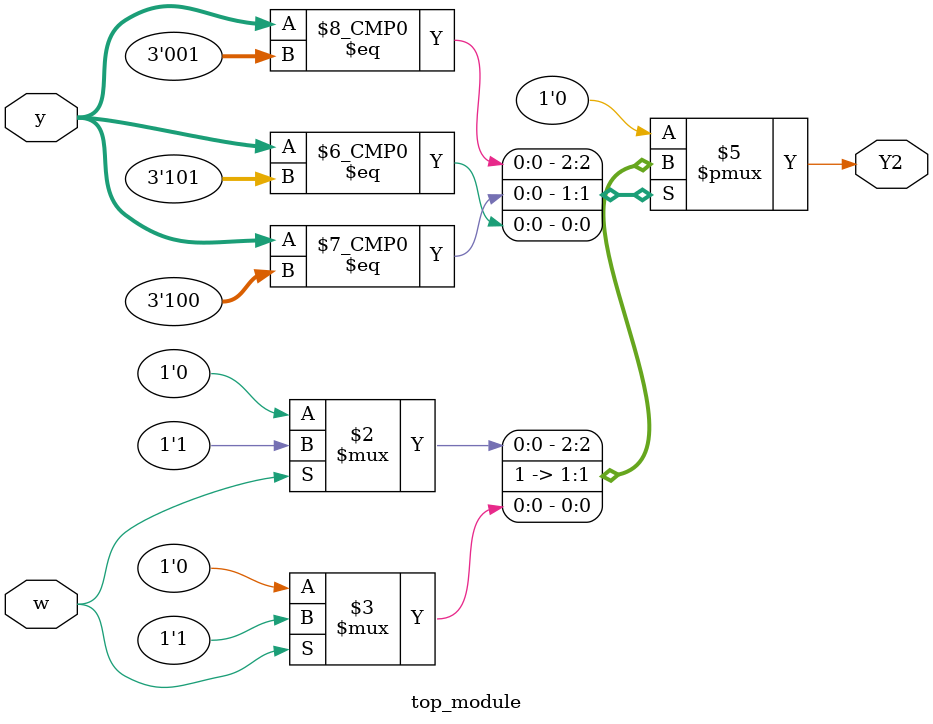
<source format=sv>
module top_module(
    input [3:1] y,
    input w,
    output reg Y2);

    always @(*) begin
        case (y)
            3'b000: Y2 = 1'b0; // State A (y[3:1] = 000)
            3'b001: Y2 = w ? 1'b1 : 1'b0; // State B (y[3:1] = 001)
            3'b010: Y2 = 1'b0; // State C (y[3:1] = 010)
            3'b011: Y2 = 1'b0; // State D (y[3:1] = 011)
            3'b100: Y2 = 1'b1; // State E (y[3:1] = 100)
            3'b101: Y2 = w ? 1'b1 : 1'b0; // State F (y[3:1] = 101)
            default: Y2 = 1'b0;
        endcase
    end

endmodule

</source>
